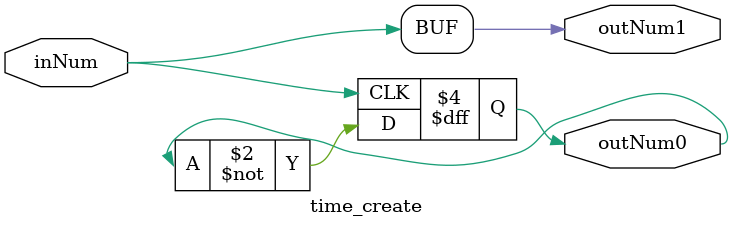
<source format=v>
module time_create(inNum,outNum0,outNum1);
	//A14
	input inNum;
	output reg outNum0;
	output outNum1;
	
	assign outNum1 = inNum;

	always @ (posedge inNum)
		outNum0 <= ~outNum0;
	
	initial outNum0 <= 0;

endmodule

</source>
